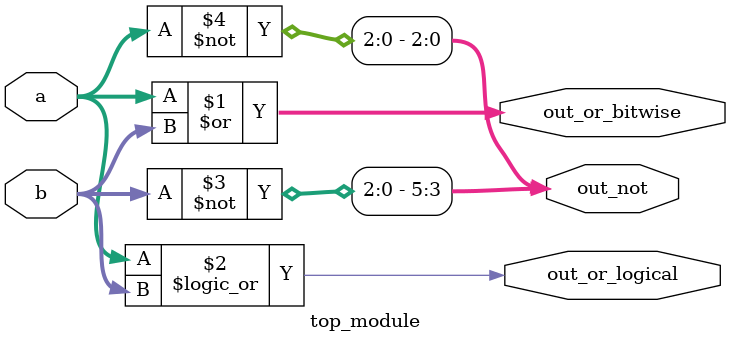
<source format=v>
module top_module( 
    input [2:0] a,b,
    output [2:0] out_or_bitwise,
    output out_or_logical,
    output [5:0] out_not);
    
    assign out_or_bitwise = a|b;
    assign out_or_logical = a||b;
    assign out_not[5:3] = ~b;
    assign out_not[2:0] = ~a;
    

endmodule

</source>
